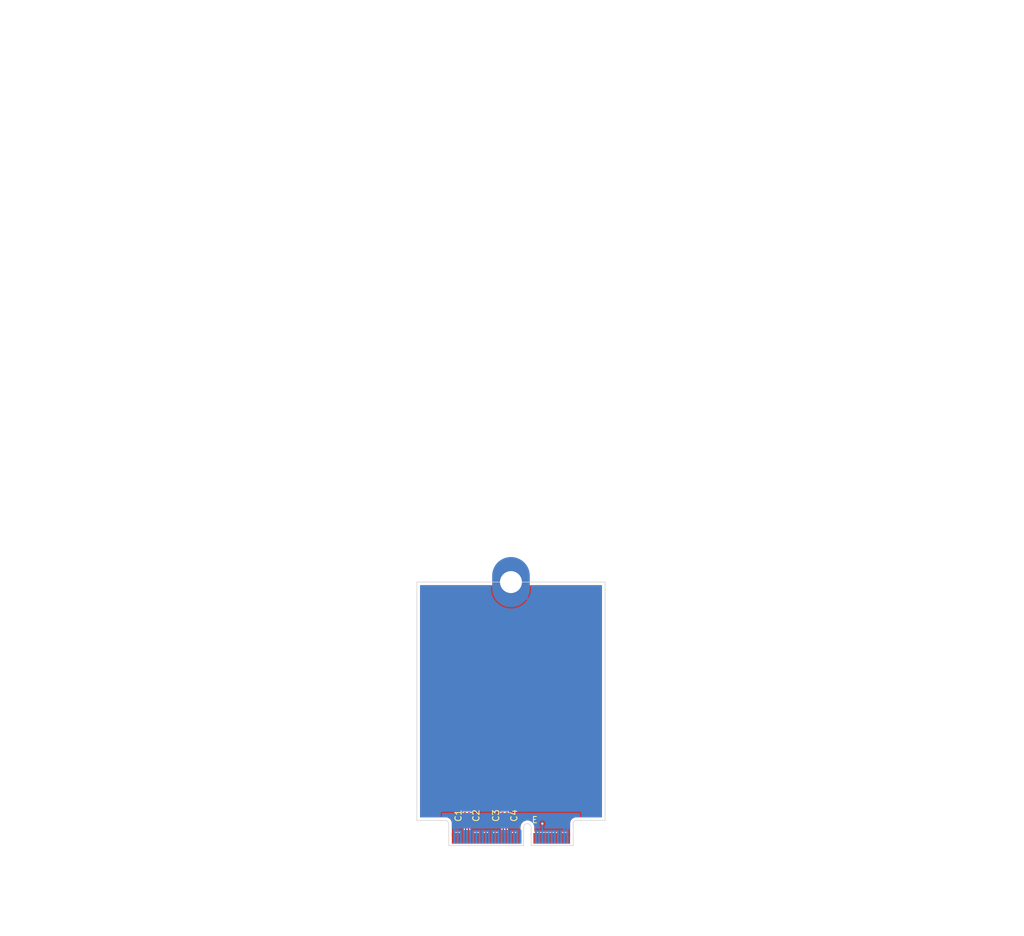
<source format=kicad_pcb>
(kicad_pcb (version 20241229) (generator "pcbnew") (generator_version "9.0")
  (layers (0 "F.Cu" signal) (2 "B.Cu" signal) (13 "F.Paste" user) (15 "B.Paste" user) (5 "F.SilkS" user "F.Silkscreen") (7 "B.SilkS" user "B.Silkscreen") (1 "F.Mask" user) (3 "B.Mask" user) (25 "Edge.Cuts" user))
  (net 0 "")
  (net 1 "/M.2 E Key/PET1P")
  (net 2 "/M.2 E Key/PET1N")
  (net 3 "/M.2 E Key/PET0P")
  (net 4 "/M.2 E Key/PET0N")
  (net 5 "GND")
  (net 6 "+3.3V")
  (net 7 "/USB_D+")
  (net 8 "/USB_D-")
  (net 9 "/LED#1")
  (net 10 "/I2S_SCK")
  (net 11 "/SDIO_CLK")
  (net 12 "/I2S_WS")
  (net 13 "/SDIO_CMD")
  (net 14 "/I2S_SD_OUT")
  (net 15 "/SDIO_DATA0")
  (net 16 "/I2S_SD_IN")
  (net 17 "/SDIO_DATA3")
  (net 18 "/LED#2")
  (net 19 "/SDIO_DATA2")
  (net 20 "/SDIO_DATA1")
  (net 21 "/UART_WAKE#")
  (net 22 "/SDIO__WAKE#")
  (net 23 "/UART_TXD")
  (net 24 "/SDIO_RESET#")
  (net 25 "/UART_RXD")
  (net 26 "/UARD_RTS")
  (net 27 "/PER0-")
  (net 28 "/UART_CTS")
  (net 29 "/PER0+")
  (net 35 "/REFCLK0+")
  (net 37 "/REFCLK0-")
  (net 38 "/SUSCLK")
  (net 39 "/PERST0#")
  (net 40 "/CLKREQ0#")
  (net 41 "/W_DISABLE2#")
  (net 42 "/PEWAKE#")
  (net 43 "/W_DISABLE1#")
  (net 44 "/I2C_DATA")
  (net 45 "/PER1+")
  (net 46 "/I2C_CLK")
  (net 47 "/PER1-")
  (net 48 "/ALERT#")
  (net 50 "/PERST1#")
  (net 51 "/CLKREQ1#")
  (net 52 "/PEWAKE1#")
  (net 53 "/REFCLK1+")
  (net 54 "/REFCLK1-")
  (net 55 "/PET0-")
  (net 56 "/PET1+")
  (net 57 "/PET0+")
  (net 58 "/PET1-")
  (footprint "Capacitor_SMD:C_0201_0603Metric" (layer "F.Cu") (at 108.86 154.93 90)
    (property "Reference" "C4" (at 0 1.14 90) (layer "F.SilkS"))
    (property "Value" "220nF")
    (pad "1" smd roundrect (at -0.32 0 90) (size 0.46 0.4) (layers "F.Cu" "F.Mask") (net 3 "/M.2 E Key/PET0P"))
    (pad "2" smd roundrect (at 0.32 0 90) (size 0.46 0.4) (layers "F.Cu" "F.Mask") (net 57 "/PET0+"))
  )
  (footprint "PCIexpress:M.2 E Key Connector" (layer "F.Cu") (at 109.51 158.59)
    (property "Reference" "J1")
    (property "Value" "~")
    (fp_line (start -11 -2.89) (end -10.425 -2.89) (stroke (width 0.1)) (layer "Edge.Cuts"))
    (fp_line (start -9.925 -2.39) (end -9.925 1.11) (stroke (width 0.1)) (layer "Edge.Cuts"))
    (fp_line (start 2.02 -1.79) (end 2.02 1.11) (stroke (width 0.1)) (layer "Edge.Cuts"))
    (fp_line (start 2.02 1.11) (end -9.925 1.11) (stroke (width 0.1)) (layer "Edge.Cuts"))
    (fp_line (start 3.22 -1.79) (end 3.22 1.11) (stroke (width 0.1)) (layer "Edge.Cuts"))
    (fp_line (start 3.22 1.11) (end 9.925 1.11) (stroke (width 0.1)) (layer "Edge.Cuts"))
    (fp_line (start 9.925 -2.39) (end 9.925 1.11) (stroke (width 0.1)) (layer "Edge.Cuts"))
    (fp_line (start 10.425 -2.89) (end 11 -2.89) (stroke (width 0.1)) (layer "Edge.Cuts"))
    (fp_arc (start -10.425 -2.89) (mid -10.071447 -2.743553) (end -9.925 -2.39) (stroke (width 0.1)) (layer "Edge.Cuts"))
    (fp_arc (start 2.02 -1.79) (mid 2.62 -2.39) (end 3.22 -1.79) (stroke (width 0.1)) (layer "Edge.Cuts"))
    (fp_arc (start 9.925 -2.39) (mid 10.071447 -2.743553) (end 10.425 -2.89) (stroke (width 0.1)) (layer "Edge.Cuts"))
    (fp_text user "E" (at 3.245 -2.395 0) (layer "F.SilkS") (effects (justify left bottom)))
    (pad "1" smd rect (at 9.25 -0.04 180) (size 0.35 1.7) (layers "F.Cu") (net 5 "GND"))
    (pad "2" smd rect (at 9 -0.29 180) (size 0.35 2.2) (layers "B.Cu") (net 6 "+3.3V"))
    (pad "3" smd rect (at 8.75 -0.04 180) (size 0.35 1.7) (layers "F.Cu") (net 7 "/USB_D+"))
    (pad "4" smd rect (at 8.5 -0.29 180) (size 0.35 2.2) (layers "B.Cu") (net 6 "+3.3V"))
    (pad "5" smd rect (at 8.25 -0.04 180) (size 0.35 1.7) (layers "F.Cu") (net 8 "/USB_D-"))
    (pad "6" smd rect (at 8 -0.29 180) (size 0.35 2.2) (layers "B.Cu") (net 9 "/LED#1"))
    (pad "7" smd rect (at 7.75 -0.04 180) (size 0.35 1.7) (layers "F.Cu") (net 5 "GND"))
    (pad "8" smd rect (at 7.5 -0.29 180) (size 0.35 2.2) (layers "B.Cu") (net 10 "/I2S_SCK"))
    (pad "9" smd rect (at 7.25 -0.04 180) (size 0.35 1.7) (layers "F.Cu") (net 11 "/SDIO_CLK"))
    (pad "10" smd rect (at 7 -0.29 180) (size 0.35 2.2) (layers "B.Cu") (net 12 "/I2S_WS"))
    (pad "11" smd rect (at 6.75 -0.04 180) (size 0.35 1.7) (layers "F.Cu") (net 13 "/SDIO_CMD"))
    (pad "12" smd rect (at 6.5 -0.29 180) (size 0.35 2.2) (layers "B.Cu") (net 14 "/I2S_SD_OUT"))
    (pad "13" smd rect (at 6.25 -0.04 180) (size 0.35 1.7) (layers "F.Cu") (net 15 "/SDIO_DATA0"))
    (pad "14" smd rect (at 6 -0.29 180) (size 0.35 2.2) (layers "B.Cu") (net 16 "/I2S_SD_IN"))
    (pad "15" smd rect (at 5.75 -0.04 180) (size 0.35 1.7) (layers "F.Cu") (net 17 "/SDIO_DATA3"))
    (pad "16" smd rect (at 5.5 -0.29 180) (size 0.35 2.2) (layers "B.Cu") (net 18 "/LED#2"))
    (pad "17" smd rect (at 5.25 -0.04 180) (size 0.35 1.7) (layers "F.Cu") (net 19 "/SDIO_DATA2"))
    (pad "18" smd rect (at 5 -0.29 180) (size 0.35 2.2) (layers "B.Cu") (net 5 "GND"))
    (pad "19" smd rect (at 4.75 -0.04 180) (size 0.35 1.7) (layers "F.Cu") (net 20 "/SDIO_DATA1"))
    (pad "20" smd rect (at 4.5 -0.29 180) (size 0.35 2.2) (layers "B.Cu") (net 21 "/UART_WAKE#"))
    (pad "21" smd rect (at 4.25 -0.04 180) (size 0.35 1.7) (layers "F.Cu") (net 22 "/SDIO__WAKE#"))
    (pad "22" smd rect (at 4 -0.29 180) (size 0.35 2.2) (layers "B.Cu") (net 23 "/UART_TXD"))
    (pad "23" smd rect (at 3.75 -0.04 180) (size 0.35 1.7) (layers "F.Cu") (net 24 "/SDIO_RESET#"))
    (pad "32" smd rect (at 1.5 -0.29 180) (size 0.35 2.2) (layers "B.Cu") (net 25 "/UART_RXD"))
    (pad "33" smd rect (at 1.25 -0.04 180) (size 0.35 1.7) (layers "F.Cu") (net 5 "GND"))
    (pad "34" smd rect (at 1 -0.29 180) (size 0.35 2.2) (layers "B.Cu") (net 26 "/UARD_RTS"))
    (pad "35" smd rect (at 0.75 -0.04 180) (size 0.35 1.7) (layers "F.Cu") (net 27 "/PER0-"))
    (pad "36" smd rect (at 0.5 -0.29 180) (size 0.35 2.2) (layers "B.Cu") (net 28 "/UART_CTS"))
    (pad "37" smd rect (at 0.25 -0.04 180) (size 0.35 1.7) (layers "F.Cu") (net 29 "/PER0+"))
    (pad "38" smd rect (at 0 -0.29 180) (size 0.35 2.2) (layers "B.Cu"))
    (pad "39" smd rect (at -0.25 -0.04 180) (size 0.35 1.7) (layers "F.Cu") (net 5 "GND"))
    (pad "40" smd rect (at -0.5 -0.29 180) (size 0.35 2.2) (layers "B.Cu"))
    (pad "41" smd rect (at -0.75 -0.04 180) (size 0.35 1.7) (layers "F.Cu") (net 3 "/M.2 E Key/PET0P"))
    (pad "42" smd rect (at -1 -0.29 180) (size 0.35 2.2) (layers "B.Cu"))
    (pad "43" smd rect (at -1.25 -0.04 180) (size 0.35 1.7) (layers "F.Cu") (net 4 "/M.2 E Key/PET0N"))
    (pad "44" smd rect (at -1.5 -0.29 180) (size 0.35 2.2) (layers "B.Cu"))
    (pad "45" smd rect (at -1.75 -0.04 180) (size 0.35 1.7) (layers "F.Cu") (net 5 "GND"))
    (pad "46" smd rect (at -2 -0.29 180) (size 0.35 2.2) (layers "B.Cu"))
    (pad "47" smd rect (at -2.25 -0.04 180) (size 0.35 1.7) (layers "F.Cu") (net 35 "/REFCLK0+"))
    (pad "48" smd rect (at -2.5 -0.29 180) (size 0.35 2.2) (layers "B.Cu"))
    (pad "49" smd rect (at -2.75 -0.04 180) (size 0.35 1.7) (layers "F.Cu") (net 37 "/REFCLK0-"))
    (pad "50" smd rect (at -3 -0.29 180) (size 0.35 2.2) (layers "B.Cu") (net 38 "/SUSCLK"))
    (pad "51" smd rect (at -3.25 -0.04 180) (size 0.35 1.7) (layers "F.Cu") (net 5 "GND"))
    (pad "52" smd rect (at -3.5 -0.29 180) (size 0.35 2.2) (layers "B.Cu") (net 39 "/PERST0#"))
    (pad "53" smd rect (at -3.75 -0.04 180) (size 0.35 1.7) (layers "F.Cu") (net 40 "/CLKREQ0#"))
    (pad "54" smd rect (at -4 -0.29 180) (size 0.35 2.2) (layers "B.Cu") (net 41 "/W_DISABLE2#"))
    (pad "55" smd rect (at -4.25 -0.04 180) (size 0.35 1.7) (layers "F.Cu") (net 42 "/PEWAKE#"))
    (pad "56" smd rect (at -4.5 -0.29 180) (size 0.35 2.2) (layers "B.Cu") (net 43 "/W_DISABLE1#"))
    (pad "57" smd rect (at -4.75 -0.04 180) (size 0.35 1.7) (layers "F.Cu") (net 5 "GND"))
    (pad "58" smd rect (at -5 -0.29 180) (size 0.35 2.2) (layers "B.Cu") (net 44 "/I2C_DATA"))
    (pad "59" smd rect (at -5.25 -0.04 180) (size 0.35 1.7) (layers "F.Cu") (net 45 "/PER1+"))
    (pad "60" smd rect (at -5.5 -0.29 180) (size 0.35 2.2) (layers "B.Cu") (net 46 "/I2C_CLK"))
    (pad "61" smd rect (at -5.75 -0.04 180) (size 0.35 1.7) (layers "F.Cu") (net 47 "/PER1-"))
    (pad "62" smd rect (at -6 -0.29 180) (size 0.35 2.2) (layers "B.Cu") (net 48 "/ALERT#"))
    (pad "63" smd rect (at -6.25 -0.04 180) (size 0.35 1.7) (layers "F.Cu") (net 5 "GND"))
    (pad "64" smd rect (at -6.5 -0.29 180) (size 0.35 2.2) (layers "B.Cu"))
    (pad "65" smd rect (at -6.75 -0.04 180) (size 0.35 1.7) (layers "F.Cu") (net 1 "/M.2 E Key/PET1P"))
    (pad "66" smd rect (at -7 -0.29 180) (size 0.35 2.2) (layers "B.Cu") (net 50 "/PERST1#"))
    (pad "67" smd rect (at -7.25 -0.04 180) (size 0.35 1.7) (layers "F.Cu") (net 2 "/M.2 E Key/PET1N"))
    (pad "68" smd rect (at -7.5 -0.29 180) (size 0.35 2.2) (layers "B.Cu") (net 51 "/CLKREQ1#"))
    (pad "69" smd rect (at -7.75 -0.04 180) (size 0.35 1.7) (layers "F.Cu") (net 5 "GND"))
    (pad "70" smd rect (at -8 -0.29 180) (size 0.35 2.2) (layers "B.Cu") (net 52 "/PEWAKE1#"))
    (pad "71" smd rect (at -8.25 -0.04 180) (size 0.35 1.7) (layers "F.Cu") (net 53 "/REFCLK1+"))
    (pad "72" smd rect (at -8.5 -0.29 180) (size 0.35 2.2) (layers "B.Cu") (net 6 "+3.3V"))
    (pad "73" smd rect (at -8.75 -0.04 180) (size 0.35 1.7) (layers "F.Cu") (net 54 "/REFCLK1-"))
    (pad "74" smd rect (at -9 -0.29 180) (size 0.35 2.2) (layers "B.Cu") (net 6 "+3.3V"))
    (pad "75" smd rect (at -9.25 -0.04 180) (size 0.35 1.7) (layers "F.Cu") (net 5 "GND"))
  )
  (footprint "Capacitor_SMD:C_0201_0603Metric" (layer "F.Cu") (at 102.86 154.93 90)
    (property "Reference" "C2" (at 0 1.09 90) (layer "F.SilkS"))
    (property "Value" "220nF")
    (pad "1" smd roundrect (at -0.32 0 90) (size 0.46 0.4) (layers "F.Cu" "F.Mask") (net 1 "/M.2 E Key/PET1P"))
    (pad "2" smd roundrect (at 0.32 0 90) (size 0.46 0.4) (layers "F.Cu" "F.Mask") (net 56 "/PET1+"))
  )
  (footprint "Athena KiCAd library:M.2 Mounting Pad" (layer "F.Cu") (at 109.51 117.7)
    (property "Reference" "H1")
    (property "Value" "MountingHole_Pad")
    (pad "1" thru_hole circle (at 0 0) (size 5.5 5.5) (drill 3.5) (property pad_prop_castellated) (layers "*.Cu" "*.Mask") (net 5 "GND") (padstack (mode front_inner_back) (layer "Inner" (shape circle) (size 5.5 5.5)) (layer "B.Cu" (shape oval) (size 6 8))))
  )
  (footprint "Capacitor_SMD:C_0201_0603Metric" (layer "F.Cu") (at 108.16 154.93 90)
    (property "Reference" "C3" (at 0 -1.05 90) (layer "F.SilkS"))
    (property "Value" "220nF")
    (pad "1" smd roundrect (at -0.32 0 90) (size 0.46 0.4) (layers "F.Cu" "F.Mask") (net 4 "/M.2 E Key/PET0N"))
    (pad "2" smd roundrect (at 0.32 0 90) (size 0.46 0.4) (layers "F.Cu" "F.Mask") (net 55 "/PET0-"))
  )
  (footprint "Capacitor_SMD:C_0201_0603Metric" (layer "F.Cu") (at 102.16 154.93 90)
    (property "Reference" "C1" (at 0 -1.05 90) (layer "F.SilkS"))
    (property "Value" "220nF")
    (pad "1" smd roundrect (at -0.32 0 90) (size 0.46 0.4) (layers "F.Cu" "F.Mask") (net 2 "/M.2 E Key/PET1N"))
    (pad "2" smd roundrect (at 0.32 0 90) (size 0.46 0.4) (layers "F.Cu" "F.Mask") (net 58 "/PET1-"))
  )
  (gr_line (start 94.51 117.7) (end 94.51 155.7) (stroke (width 0.1)) (layer "Edge.Cuts"))
  (gr_line (start 124.51 117.7) (end 94.51 117.7) (stroke (width 0.1)) (layer "Edge.Cuts"))
  (gr_line (start 124.51 155.7) (end 124.51 117.7) (stroke (width 0.1)) (layer "Edge.Cuts"))
  (gr_line (start 120.51 155.7) (end 124.51 155.7) (stroke (width 0.1)) (layer "Edge.Cuts"))
  (gr_line (start 98.51 155.7) (end 94.51 155.7) (stroke (width 0.1)) (layer "Edge.Cuts"))
  (segment (start 102.86 155.595001) (end 102.86 155.25) (width 0.2) (layer "F.Cu") (net 1))
  (segment (start 102.76 158.55) (end 102.76 157.274999) (width 0.2) (layer "F.Cu") (net 1))
  (segment (start 102.76 157.274999) (end 102.735 157.249999) (width 0.2) (layer "F.Cu") (net 1))
  (segment (start 102.735 155.720001) (end 102.86 155.595001) (width 0.2) (layer "F.Cu") (net 1))
  (segment (start 102.735 157.249999) (end 102.735 155.720001) (width 0.2) (layer "F.Cu") (net 1))
  (segment (start 102.26 157.274999) (end 102.285 157.249999) (width 0.2) (layer "F.Cu") (net 2))
  (segment (start 102.285 157.249999) (end 102.285 155.720001) (width 0.2) (layer "F.Cu") (net 2))
  (segment (start 102.26 158.55) (end 102.26 157.274999) (width 0.2) (layer "F.Cu") (net 2))
  (segment (start 102.16 155.595001) (end 102.16 155.25) (width 0.2) (layer "F.Cu") (net 2))
  (segment (start 102.285 155.720001) (end 102.16 155.595001) (width 0.2) (layer "F.Cu") (net 2))
  (segment (start 108.76 158.55) (end 108.76 157.274999) (width 0.2) (layer "F.Cu") (net 3))
  (segment (start 108.735 157.249999) (end 108.735 155.720001) (width 0.2) (layer "F.Cu") (net 3))
  (segment (start 108.735 155.720001) (end 108.86 155.595001) (width 0.2) (layer "F.Cu") (net 3))
  (segment (start 108.76 157.274999) (end 108.735 157.249999) (width 0.2) (layer "F.Cu") (net 3))
  (segment (start 108.86 155.595001) (end 108.86 155.25) (width 0.2) (layer "F.Cu") (net 3))
  (segment (start 108.285 155.720001) (end 108.16 155.595001) (width 0.2) (layer "F.Cu") (net 4))
  (segment (start 108.26 157.274999) (end 108.285 157.249999) (width 0.2) (layer "F.Cu") (net 4))
  (segment (start 108.16 155.595001) (end 108.16 155.25) (width 0.2) (layer "F.Cu") (net 4))
  (segment (start 108.26 158.55) (end 108.26 157.274999) (width 0.2) (layer "F.Cu") (net 4))
  (segment (start 108.285 157.249999) (end 108.285 155.720001) (width 0.2) (layer "F.Cu") (net 4))
  (via (at 114.51 156.21) (size 0.6) (drill 0.3) (layers "F.Cu" "B.Cu") (net 5))
  (segment (start 114.51 156.21) (end 114.51 158.3) (width 0.2) (layer "B.Cu") (net 5))
  (zone (net 5) (net_name "GND") (layers "F.Cu" "B.Cu") (connect_pads (clearance 0.2)) (min_thickness 0.15) (fill yes (thermal_gap 0.2) (thermal_bridge_width 0.35))
    (polygon (pts (xy 94.51 158.23) (xy 94.51 49.7) (xy 124.51 49.7) (xy 124.51 158.23)))
  )
  (zone (net 6) (net_name "+3.3V") (layer "B.Cu") (priority 1) (connect_pads (clearance 0.2)) (min_thickness 0.15) (fill yes (thermal_gap 0.2) (thermal_bridge_width 0.35))
    (polygon (pts (xy 120.51 158.23) (xy 120.51 154.5) (xy 98.51 154.5) (xy 98.51 158.23)))
  )
)
</source>
